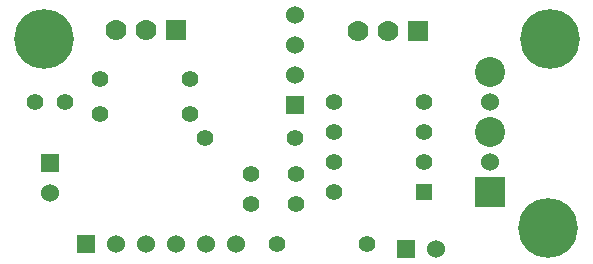
<source format=gbs>
G04 (created by PCBNEW (2013-june-11)-stable) date Sun 07 Dec 2014 09:58:15 PM EST*
%MOIN*%
G04 Gerber Fmt 3.4, Leading zero omitted, Abs format*
%FSLAX34Y34*%
G01*
G70*
G90*
G04 APERTURE LIST*
%ADD10C,0.00590551*%
%ADD11C,0.19937*%
%ADD12C,0.06*%
%ADD13C,0.1*%
%ADD14R,0.1X0.1*%
%ADD15R,0.06X0.06*%
%ADD16C,0.07*%
%ADD17R,0.07X0.07*%
%ADD18C,0.055*%
%ADD19R,0.055X0.055*%
G04 APERTURE END LIST*
G54D10*
G54D11*
X40750Y-41150D03*
X57600Y-41150D03*
X57550Y-47450D03*
G54D12*
X55600Y-43250D03*
G54D13*
X55600Y-44250D03*
G54D14*
X55600Y-46250D03*
G54D13*
X55600Y-42250D03*
G54D12*
X55600Y-45250D03*
G54D15*
X52800Y-48150D03*
G54D12*
X53800Y-48150D03*
G54D16*
X43150Y-40850D03*
X44150Y-40850D03*
G54D17*
X45150Y-40850D03*
G54D16*
X51200Y-40900D03*
X52200Y-40900D03*
G54D17*
X53200Y-40900D03*
G54D18*
X45600Y-43650D03*
X42600Y-43650D03*
X51500Y-48000D03*
X48500Y-48000D03*
G54D15*
X49100Y-43350D03*
G54D12*
X49100Y-42350D03*
X49100Y-41350D03*
X49100Y-40350D03*
G54D15*
X42150Y-48000D03*
G54D12*
X43150Y-48000D03*
X44150Y-48000D03*
X45150Y-48000D03*
X46150Y-48000D03*
X47150Y-48000D03*
G54D18*
X41450Y-43250D03*
X40450Y-43250D03*
X47650Y-46650D03*
X47650Y-45650D03*
G54D19*
X53400Y-46250D03*
G54D18*
X53400Y-45250D03*
X53400Y-44250D03*
X53400Y-43250D03*
X50400Y-43250D03*
X50400Y-44250D03*
X50400Y-45250D03*
X50400Y-46250D03*
X49150Y-45650D03*
X49150Y-46650D03*
G54D15*
X40950Y-45300D03*
G54D12*
X40950Y-46300D03*
G54D18*
X42600Y-42500D03*
X45600Y-42500D03*
X49100Y-44450D03*
X46100Y-44450D03*
M02*

</source>
